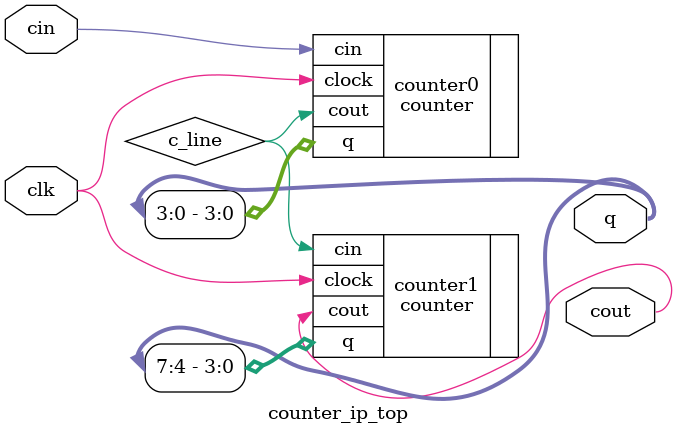
<source format=v>
/**
	两个4bit输出计数器组成一个8bit输出的计数器
*/
module counter_ip_top(clk,cin,cout,q);  // q计数器输出数值
	input clk;
	input cin;
	output cout;
	output [7:0]q;
	wire c_line;  // 定义连线
	
	// 引用计数器模块
	counter counter0(	// 低4bit的计数器模块
		.cin(cin),
		.clock(clk),
		.cout(c_line),
		.q(q[3:0])
	);
	counter counter1(	// 高4bit的计数器模块
		.cin(c_line),
		.clock(clk),
		.cout(cout),
		.q(q[7:4])
	);

endmodule
</source>
